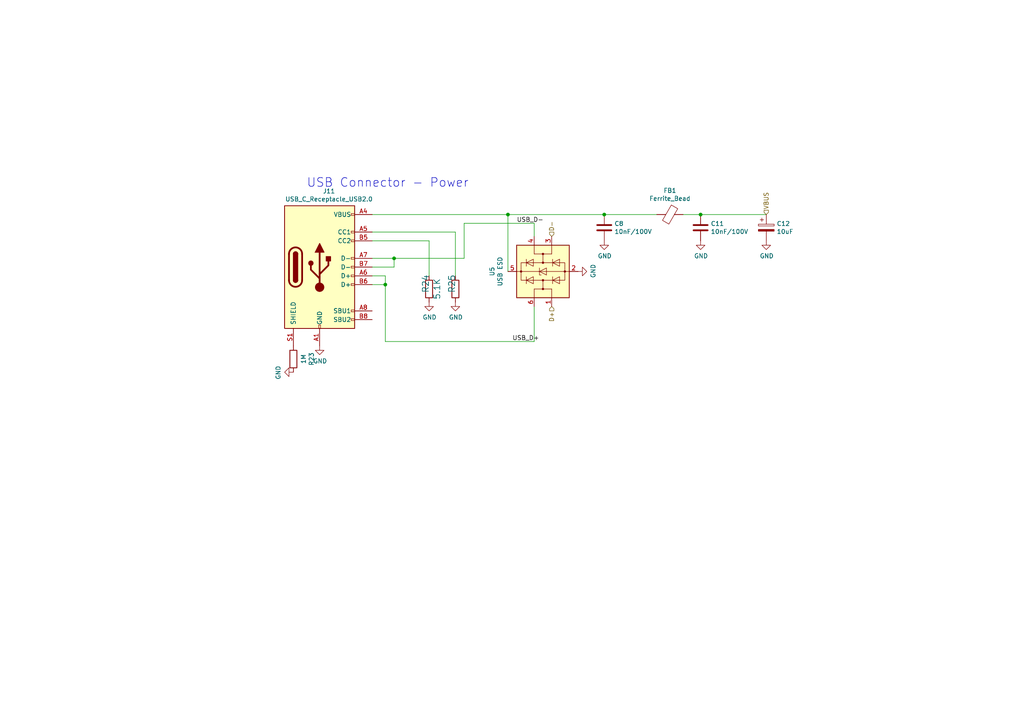
<source format=kicad_sch>
(kicad_sch (version 20211123) (generator eeschema)
  (paper "A4")
  (lib_symbols
    (symbol "Connector:USB_C_Receptacle_USB2.0" (pin_names (offset 1.016))
      (property "Reference" "J" (at -10.16 19.05 0))
      (property "Value" "USB_C_Receptacle_USB2.0" (at 19.05 19.05 0))
      (symbol "USB_C_Receptacle_USB2.0_0_0"
        (rectangle (start -0.254 -17.78) (end 0.254 -16.764))
        (rectangle (start 10.16 -14.986) (end 9.144 -15.494))
        (rectangle (start 10.16 -12.446) (end 9.144 -12.954))
        (rectangle (start 10.16 -4.826) (end 9.144 -5.334))
        (rectangle (start 10.16 -2.286) (end 9.144 -2.794))
        (rectangle (start 10.16 0.254) (end 9.144 -0.254))
        (rectangle (start 10.16 2.794) (end 9.144 2.286))
        (rectangle (start 10.16 7.874) (end 9.144 7.366))
        (rectangle (start 10.16 10.414) (end 9.144 9.906))
        (rectangle (start 10.16 15.494) (end 9.144 14.986))
      )
      (symbol "USB_C_Receptacle_USB2.0_0_1"
        (rectangle (start -10.16 17.78) (end 10.16 -17.78) (stroke (width 0.254)) (fill (type background)))
        (arc (start -8.89 -3.81) (mid -6.985 -5.715) (end -5.08 -3.81) (stroke (width 0.508)))
        (arc (start -7.62 -3.81) (mid -6.985 -4.445) (end -6.35 -3.81) (stroke (width 0.254)))
        (arc (start -7.62 -3.81) (mid -6.985 -4.445) (end -6.35 -3.81) (stroke (width 0.254)) (fill (type outline)))
        (rectangle (start -7.62 -3.81) (end -6.35 3.81) (stroke (width 0.254)) (fill (type outline)))
        (arc (start -6.35 3.81) (mid -6.985 4.445) (end -7.62 3.81) (stroke (width 0.254)))
        (arc (start -6.35 3.81) (mid -6.985 4.445) (end -7.62 3.81) (stroke (width 0.254)) (fill (type outline)))
        (arc (start -5.08 3.81) (mid -6.985 5.715) (end -8.89 3.81) (stroke (width 0.508)))
        (circle (center -2.54 1.143) (radius 0.635) (stroke (width 0.254)) (fill (type outline)))
        (circle (center 0 -5.842) (radius 1.27) (fill (type outline)))
        (polyline (pts (xy -8.89 -3.81) (xy -8.89 3.81)) (stroke (width 0.508)))
        (polyline (pts (xy -5.08 3.81) (xy -5.08 -3.81)) (stroke (width 0.508)))
        (polyline (pts (xy 0 -5.842) (xy 0 4.318)) (stroke (width 0.508)))
        (polyline (pts (xy 0 -3.302) (xy -2.54 -0.762) (xy -2.54 0.508)) (stroke (width 0.508)))
        (polyline (pts (xy 0 -2.032) (xy 2.54 0.508) (xy 2.54 1.778)) (stroke (width 0.508)))
        (polyline (pts (xy -1.27 4.318) (xy 0 6.858) (xy 1.27 4.318) (xy -1.27 4.318)) (stroke (width 0.254)) (fill (type outline)))
        (rectangle (start 1.905 1.778) (end 3.175 3.048) (stroke (width 0.254)) (fill (type outline)))
      )
      (symbol "USB_C_Receptacle_USB2.0_1_1"
        (pin passive line (at 0 -22.86 90) (length 5.08) (name "GND") (number "A1"))
        (pin passive line (at 0 -22.86 90) (length 5.08) hide (name "GND") (number "A12"))
        (pin passive line (at 15.24 15.24 180) (length 5.08) (name "VBUS") (number "A4"))
        (pin bidirectional line (at 15.24 10.16 180) (length 5.08) (name "CC1") (number "A5"))
        (pin bidirectional line (at 15.24 -2.54 180) (length 5.08) (name "D+") (number "A6"))
        (pin bidirectional line (at 15.24 2.54 180) (length 5.08) (name "D-") (number "A7"))
        (pin bidirectional line (at 15.24 -12.7 180) (length 5.08) (name "SBU1") (number "A8"))
        (pin passive line (at 15.24 15.24 180) (length 5.08) hide (name "VBUS") (number "A9"))
        (pin passive line (at 0 -22.86 90) (length 5.08) hide (name "GND") (number "B1"))
        (pin passive line (at 0 -22.86 90) (length 5.08) hide (name "GND") (number "B12"))
        (pin passive line (at 15.24 15.24 180) (length 5.08) hide (name "VBUS") (number "B4"))
        (pin bidirectional line (at 15.24 7.62 180) (length 5.08) (name "CC2") (number "B5"))
        (pin bidirectional line (at 15.24 -5.08 180) (length 5.08) (name "D+") (number "B6"))
        (pin bidirectional line (at 15.24 0 180) (length 5.08) (name "D-") (number "B7"))
        (pin bidirectional line (at 15.24 -15.24 180) (length 5.08) (name "SBU2") (number "B8"))
        (pin passive line (at 15.24 15.24 180) (length 5.08) hide (name "VBUS") (number "B9"))
        (pin passive line (at -7.62 -22.86 90) (length 5.08) (name "SHIELD") (number "S1"))
      )
    )
    (symbol "Device:C" (pin_numbers hide) (pin_names (offset 0.254))
      (property "Reference" "C" (at 0.635 2.54 0))
      (property "Value" "C" (at 0.635 -2.54 0))
      (symbol "C_0_1"
        (polyline (pts (xy -2.032 -0.762) (xy 2.032 -0.762)) (stroke (width 0.508)))
        (polyline (pts (xy -2.032 0.762) (xy 2.032 0.762)) (stroke (width 0.508)))
      )
      (symbol "C_1_1"
        (pin passive line (at 0 3.81 270) (length 2.794) (name "~") (number "1"))
        (pin passive line (at 0 -3.81 90) (length 2.794) (name "~") (number "2"))
      )
    )
    (symbol "Device:R" (pin_numbers hide) (pin_names (offset 0))
      (property "Reference" "R" (at 2.032 0 90))
      (property "Value" "R" (at 0 0 90))
      (symbol "R_0_1"
        (rectangle (start -1.016 -2.54) (end 1.016 2.54) (stroke (width 0.254)))
      )
      (symbol "R_1_1"
        (pin passive line (at 0 3.81 270) (length 1.27) (name "~") (number "1"))
        (pin passive line (at 0 -3.81 90) (length 1.27) (name "~") (number "2"))
      )
    )
    (symbol "Power_Protection:USBLC6-2P6" (pin_names hide)
      (property "Reference" "U" (at 2.54 8.89 0))
      (property "Value" "USBLC6-2P6" (at 2.54 -8.89 0))
      (symbol "USBLC6-2P6_0_1"
        (rectangle (start -7.62 -7.62) (end 7.62 7.62) (stroke (width 0.254)) (fill (type background)))
        (circle (center -5.08 0) (radius 0.254) (fill (type outline)))
        (circle (center -2.54 0) (radius 0.254) (fill (type outline)))
        (rectangle (start -2.54 6.35) (end 2.54 -6.35))
        (circle (center 0 -6.35) (radius 0.254) (fill (type outline)))
        (polyline (pts (xy -5.08 -2.54) (xy -7.62 -2.54)))
        (polyline (pts (xy -5.08 0) (xy -5.08 -2.54)))
        (polyline (pts (xy -5.08 2.54) (xy -7.62 2.54)))
        (polyline (pts (xy -1.524 -2.794) (xy -3.556 -2.794)))
        (polyline (pts (xy -1.524 4.826) (xy -3.556 4.826)))
        (polyline (pts (xy 0 -7.62) (xy 0 -6.35)))
        (polyline (pts (xy 0 -6.35) (xy 0 1.27)))
        (polyline (pts (xy 0 1.27) (xy 0 6.35)))
        (polyline (pts (xy 0 6.35) (xy 0 7.62)))
        (polyline (pts (xy 1.524 -2.794) (xy 3.556 -2.794)))
        (polyline (pts (xy 1.524 4.826) (xy 3.556 4.826)))
        (polyline (pts (xy 5.08 -2.54) (xy 7.62 -2.54)))
        (polyline (pts (xy 5.08 0) (xy 5.08 -2.54)))
        (polyline (pts (xy 5.08 2.54) (xy 7.62 2.54)))
        (polyline (pts (xy -2.54 0) (xy -5.08 0) (xy -5.08 2.54)))
        (polyline (pts (xy 2.54 0) (xy 5.08 0) (xy 5.08 2.54)))
        (polyline (pts (xy -3.556 -4.826) (xy -1.524 -4.826) (xy -2.54 -2.794) (xy -3.556 -4.826)))
        (polyline (pts (xy -3.556 2.794) (xy -1.524 2.794) (xy -2.54 4.826) (xy -3.556 2.794)))
        (polyline (pts (xy -1.016 -1.016) (xy 1.016 -1.016) (xy 0 1.016) (xy -1.016 -1.016)))
        (polyline (pts (xy 1.016 1.016) (xy 0.762 1.016) (xy -1.016 1.016) (xy -1.016 0.508)))
        (polyline (pts (xy 3.556 -4.826) (xy 1.524 -4.826) (xy 2.54 -2.794) (xy 3.556 -4.826)))
        (polyline (pts (xy 3.556 2.794) (xy 1.524 2.794) (xy 2.54 4.826) (xy 3.556 2.794)))
        (circle (center 0 6.35) (radius 0.254) (fill (type outline)))
        (circle (center 2.54 0) (radius 0.254) (fill (type outline)))
        (circle (center 5.08 0) (radius 0.254) (fill (type outline)))
      )
      (symbol "USBLC6-2P6_1_1"
        (pin passive line (at -10.16 -2.54 0) (length 2.54) (name "I/O1") (number "1"))
        (pin passive line (at 0 -10.16 90) (length 2.54) (name "GND") (number "2"))
        (pin passive line (at 10.16 -2.54 180) (length 2.54) (name "I/O2") (number "3"))
        (pin passive line (at 10.16 2.54 180) (length 2.54) (name "I/O2") (number "4"))
        (pin passive line (at 0 10.16 270) (length 2.54) (name "VBUS") (number "5"))
        (pin passive line (at -10.16 2.54 0) (length 2.54) (name "I/O1") (number "6"))
      )
    )
    (symbol "ecu-controller-rescue:CP-Device" (pin_numbers hide) (pin_names (offset 0.254))
      (property "Reference" "C" (at 0.635 2.54 0))
      (property "Value" "CP-Device" (at 0.635 -2.54 0))
      (symbol "CP-Device_0_1"
        (rectangle (start -2.286 0.508) (end 2.286 1.016))
        (polyline (pts (xy -1.778 2.286) (xy -0.762 2.286)))
        (polyline (pts (xy -1.27 2.794) (xy -1.27 1.778)))
        (rectangle (start 2.286 -0.508) (end -2.286 -1.016) (fill (type outline)))
      )
      (symbol "CP-Device_1_1"
        (pin passive line (at 0 3.81 270) (length 2.794) (name "~") (number "1"))
        (pin passive line (at 0 -3.81 90) (length 2.794) (name "~") (number "2"))
      )
    )
    (symbol "ecu-controller-rescue:Ferrite_Bead-Device" (pin_numbers hide) (pin_names (offset 0))
      (property "Reference" "FB" (at -3.81 0.635 90))
      (property "Value" "Ferrite_Bead-Device" (at 3.81 0 90))
      (symbol "Ferrite_Bead-Device_0_1"
        (polyline (pts (xy 0 -1.27) (xy 0 -1.2192)))
        (polyline (pts (xy 0 1.27) (xy 0 1.2954)))
        (polyline (pts (xy -2.7686 0.4064) (xy -1.7018 2.2606) (xy 2.7686 -0.3048) (xy 1.6764 -2.159) (xy -2.7686 0.4064)))
      )
      (symbol "Ferrite_Bead-Device_1_1"
        (pin passive line (at 0 3.81 270) (length 2.54) (name "~") (number "1"))
        (pin passive line (at 0 -3.81 90) (length 2.54) (name "~") (number "2"))
      )
    )
    (symbol "power:GND" (power) (pin_names (offset 0))
      (property "Value" "GND" (at 0 -3.81 0))
      (symbol "GND_0_1"
        (polyline (pts (xy 0 0) (xy 0 -1.27) (xy 1.27 -1.27) (xy 0 -2.54) (xy -1.27 -1.27) (xy 0 -1.27)))
      )
      (symbol "GND_1_1"
        (pin power_in line (at 0 0 270) (length 0) hide (name "GND") (number "1"))
      )
    )
  )
  (junction (at 111.76 82.55))
  (junction (at 175.26 62.23))
  (junction (at 147.32 62.23))
  (junction (at 203.2 62.23))
  (junction (at 114.3 74.93))
  (wire (pts (xy 154.94 99.06) (xy 154.94 88.9)))
  (wire (pts (xy 107.95 67.31) (xy 132.08 67.31)))
  (wire (pts (xy 175.26 62.23) (xy 190.5 62.23)))
  (wire (pts (xy 111.76 82.55) (xy 111.76 80.01)))
  (wire (pts (xy 114.3 74.93) (xy 134.62 74.93)))
  (wire (pts (xy 124.46 80.01) (xy 124.46 69.85)))
  (wire (pts (xy 147.32 78.74) (xy 147.32 62.23)))
  (wire (pts (xy 134.62 74.93) (xy 134.62 64.77)))
  (wire (pts (xy 198.12 62.23) (xy 203.2 62.23)))
  (wire (pts (xy 134.62 64.77) (xy 154.94 64.77)))
  (wire (pts (xy 111.76 80.01) (xy 107.95 80.01)))
  (wire (pts (xy 114.3 77.47) (xy 114.3 74.93)))
  (wire (pts (xy 107.95 62.23) (xy 147.32 62.23)))
  (wire (pts (xy 114.3 74.93) (xy 107.95 74.93)))
  (wire (pts (xy 147.32 62.23) (xy 175.26 62.23)))
  (wire (pts (xy 107.95 82.55) (xy 111.76 82.55)))
  (wire (pts (xy 107.95 69.85) (xy 124.46 69.85)))
  (wire (pts (xy 107.95 77.47) (xy 114.3 77.47)))
  (wire (pts (xy 132.08 67.31) (xy 132.08 80.01)))
  (wire (pts (xy 111.76 99.06) (xy 154.94 99.06)))
  (wire (pts (xy 154.94 64.77) (xy 154.94 68.58)))
  (wire (pts (xy 111.76 82.55) (xy 111.76 99.06)))
  (wire (pts (xy 203.2 62.23) (xy 222.25 62.23)))
  (text "USB Connector - Power" (at 88.9 54.61 0) (effects (font (size 2.54 2.54)) (justify left bottom)))
  (label "USB_D+" (at 148.59 99.06 0))
  (label "USB_D-" (at 149.86 64.77 0))
  (hierarchical_label "D+" (shape input) (at 160.02 88.9 270))
  (hierarchical_label "D-" (shape input) (at 160.02 68.58 90))
  (hierarchical_label "VBUS" (shape input) (at 222.25 62.23 90))
  (symbol (lib_id "Device:R") (at 132.08 83.82 0) (unit 1)
    (property "Reference" "R25" (at 132.08 82.296 90) (effects (font (size 1.778 1.778)) (justify bottom)))
    (property "Value" "5.1K" (effects hide))
    (property "Footprint" "Resistor_SMD:R_0603_1608Metric" (effects hide))
    (property "LCSC" "C23162" (effects hide))
  )
  (symbol (lib_id "power:GND") (at 175.26 69.85 0) (unit 1)
    (property "Reference" "#PWR0173" (effects hide))
    (property "Value" "GND" (at 175.387 74.2442 0))
  )
  (symbol (lib_id "power:GND") (at 222.25 69.85 0) (unit 1)
    (property "Reference" "#PWR0174" (effects hide))
    (property "Value" "GND" (at 222.377 74.2442 0))
  )
  (symbol (lib_id "power:GND") (at 167.64 78.74 90) (unit 1)
    (property "Reference" "#PWR0165" (effects hide))
    (property "Value" "~" (at 172.0342 78.613 0))
  )
  (symbol (lib_id "Connector:USB_C_Receptacle_USB2.0") (at 92.71 77.47 0) (unit 1)
    (property "Reference" "J11" (at 95.4278 55.4482 0))
    (property "Value" "USB_C_Receptacle_USB2.0" (at 95.4278 57.7596 0))
    (property "Footprint" "Connector_USB:USB_C_Receptacle_HRO_TYPE-C-31-M-12" (effects hide))
    (property "Datasheet" "https://www.usb.org/sites/default/files/documents/usb_type-c.zip" (effects hide))
    (property "LCSC" "C165948" (effects hide))
  )
  (symbol (lib_id "Device:C") (at 175.26 66.04 0) (unit 1)
    (property "Reference" "C8" (at 178.181 64.8716 0) (effects (justify left)))
    (property "Value" "10nF/100V" (at 178.181 67.183 0) (effects (justify left)))
    (property "Footprint" "Capacitor_SMD:C_0603_1608Metric" (effects hide))
    (property "LCSC" "C84709" (effects hide))
  )
  (symbol (lib_id "power:GND") (at 92.71 100.33 0) (unit 1)
    (property "Reference" "#PWR0163" (effects hide))
    (property "Value" "~" (at 92.837 104.7242 0))
  )
  (symbol (lib_id "Device:R") (at 85.09 104.14 180) (unit 1)
    (property "Reference" "R23" (at 90.3478 104.14 90))
    (property "Value" "1M" (at 88.0364 104.14 90))
    (property "Footprint" "Resistor_SMD:R_0603_1608Metric" (effects hide))
    (property "LCSC" "C22935" (effects hide))
  )
  (symbol (lib_id "Device:C") (at 203.2 66.04 0) (unit 1)
    (property "Reference" "C11" (at 206.121 64.8716 0) (effects (justify left)))
    (property "Value" "10nF/100V" (at 206.121 67.183 0) (effects (justify left)))
    (property "Footprint" "Capacitor_SMD:C_0603_1608Metric" (effects hide))
    (property "LCSC" "C84709" (effects hide))
  )
  (symbol (lib_id "Power_Protection:USBLC6-2P6") (at 157.48 78.74 90) (unit 1)
    (property "Reference" "U5" (at 142.7226 78.74 0))
    (property "Value" "USB ESD" (at 145.034 78.74 0))
    (property "Footprint" "Package_TO_SOT_SMD:SOT-666" (effects hide))
    (property "Datasheet" "https://www.st.com/resource/en/datasheet/usblc6-2.pdf" (effects hide))
    (property "LCSC" "C15999" (effects hide))
  )
  (symbol (lib_id "power:GND") (at 203.2 69.85 0) (unit 1)
    (property "Reference" "#PWR0175" (effects hide))
    (property "Value" "GND" (at 203.327 74.2442 0))
  )
  (symbol (lib_id "ecu-controller-rescue:CP-Device") (at 222.25 66.04 0) (unit 1)
    (property "Reference" "C12" (at 225.2472 64.8716 0) (effects (justify left)))
    (property "Value" "10uF" (at 225.2472 67.183 0) (effects (justify left)))
    (property "Footprint" "Capacitor_SMD:C_1206_3216Metric" (effects hide))
    (property "LCSC" "C7171" (effects hide))
  )
  (symbol (lib_id "power:GND") (at 132.08 87.63 0) (unit 1)
    (property "Reference" "#PWR0161" (effects hide))
    (property "Value" "~" (at 132.207 92.0242 0))
  )
  (symbol (lib_id "power:GND") (at 85.09 107.95 270) (unit 1)
    (property "Reference" "#PWR0164" (effects hide))
    (property "Value" "~" (at 80.6958 108.077 0))
  )
  (symbol (lib_id "power:GND") (at 124.46 87.63 0) (unit 1)
    (property "Reference" "#PWR0162" (effects hide))
    (property "Value" "~" (at 124.587 92.0242 0))
  )
  (symbol (lib_id "ecu-controller-rescue:Ferrite_Bead-Device") (at 194.31 62.23 270) (unit 1)
    (property "Reference" "FB1" (at 194.31 55.2704 90))
    (property "Value" "Ferrite_Bead" (at 194.31 57.5818 90))
    (property "Footprint" "Inductor_SMD:L_0805_2012Metric" (effects hide))
    (property "LCSC" "C1015" (effects hide))
  )
  (symbol (lib_id "Device:R") (at 124.46 83.82 0) (unit 1)
    (property "Reference" "R24" (at 124.46 82.296 90) (effects (font (size 1.778 1.778)) (justify bottom)))
    (property "Value" "5.1K" (at 125.73 83.82 90) (effects (font (size 1.778 1.778)) (justify top)))
    (property "Footprint" "Resistor_SMD:R_0603_1608Metric" (effects hide))
    (property "Datasheet" "5.1K" (effects hide))
    (property "LCSC" "C23186" (effects hide))
  )
)
</source>
